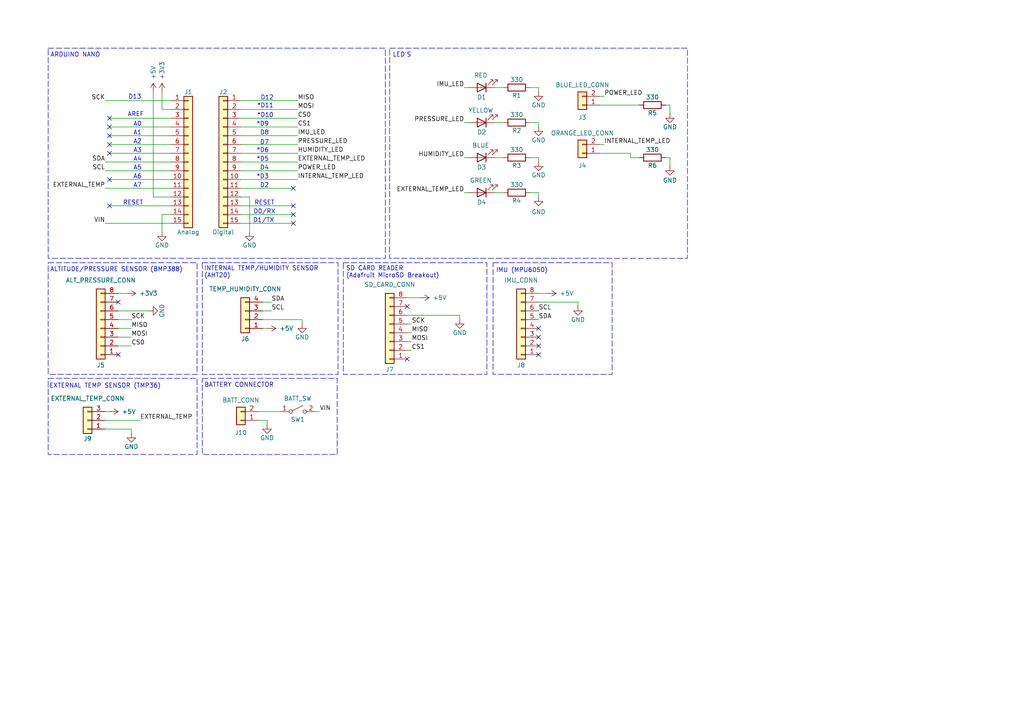
<source format=kicad_sch>
(kicad_sch (version 20231120) (generator "eeschema") (generator_version "8.0")
  (paper "A4")
  (title_block (title "Micro Processor Final Project") (date "2025-03-12") (rev "1.0") (company "Braidyn Sheffield"))
  (lib_symbols
    (symbol "Connector_Generic:Conn_01x02" (pin_names (offset 1.016) hide)
      (property "Reference" "J" (at 0 2.54 0))
      (property "Value" "Conn_01x02" (at 0 -5.08 0))
      (symbol "Conn_01x02_1_1"
        (rectangle (start -1.27 -2.413) (end 0 -2.667) (stroke (width 0.1524)))
        (rectangle (start -1.27 0.127) (end 0 -0.127) (stroke (width 0.1524)))
        (rectangle (start -1.27 1.27) (end 1.27 -3.81) (stroke (width 0.254)) (fill (type background)))
        (pin passive line (at -5.08 0 0) (length 3.81) (name "Pin_1") (number "1"))
        (pin passive line (at -5.08 -2.54 0) (length 3.81) (name "Pin_2") (number "2"))
      )
    )
    (symbol "Connector_Generic:Conn_01x03" (pin_names (offset 1.016) hide)
      (property "Reference" "J" (at 0 5.08 0))
      (property "Value" "Conn_01x03" (at 0 -5.08 0))
      (symbol "Conn_01x03_1_1"
        (rectangle (start -1.27 -2.413) (end 0 -2.667) (stroke (width 0.1524)))
        (rectangle (start -1.27 0.127) (end 0 -0.127) (stroke (width 0.1524)))
        (rectangle (start -1.27 2.667) (end 0 2.413) (stroke (width 0.1524)))
        (rectangle (start -1.27 3.81) (end 1.27 -3.81) (stroke (width 0.254)) (fill (type background)))
        (pin passive line (at -5.08 2.54 0) (length 3.81) (name "Pin_1") (number "1"))
        (pin passive line (at -5.08 0 0) (length 3.81) (name "Pin_2") (number "2"))
        (pin passive line (at -5.08 -2.54 0) (length 3.81) (name "Pin_3") (number "3"))
      )
    )
    (symbol "Connector_Generic:Conn_01x04" (pin_names (offset 1.016) hide)
      (property "Reference" "J" (at 0 5.08 0))
      (property "Value" "Conn_01x04" (at 0 -7.62 0))
      (symbol "Conn_01x04_1_1"
        (rectangle (start -1.27 -4.953) (end 0 -5.207) (stroke (width 0.1524)))
        (rectangle (start -1.27 -2.413) (end 0 -2.667) (stroke (width 0.1524)))
        (rectangle (start -1.27 0.127) (end 0 -0.127) (stroke (width 0.1524)))
        (rectangle (start -1.27 2.667) (end 0 2.413) (stroke (width 0.1524)))
        (rectangle (start -1.27 3.81) (end 1.27 -6.35) (stroke (width 0.254)) (fill (type background)))
        (pin passive line (at -5.08 2.54 0) (length 3.81) (name "Pin_1") (number "1"))
        (pin passive line (at -5.08 0 0) (length 3.81) (name "Pin_2") (number "2"))
        (pin passive line (at -5.08 -2.54 0) (length 3.81) (name "Pin_3") (number "3"))
        (pin passive line (at -5.08 -5.08 0) (length 3.81) (name "Pin_4") (number "4"))
      )
    )
    (symbol "Connector_Generic:Conn_01x08" (pin_names (offset 1.016) hide)
      (property "Reference" "J" (at 0 10.16 0))
      (property "Value" "Conn_01x08" (at 0 -12.7 0))
      (symbol "Conn_01x08_1_1"
        (rectangle (start -1.27 -10.033) (end 0 -10.287) (stroke (width 0.1524)))
        (rectangle (start -1.27 -7.493) (end 0 -7.747) (stroke (width 0.1524)))
        (rectangle (start -1.27 -4.953) (end 0 -5.207) (stroke (width 0.1524)))
        (rectangle (start -1.27 -2.413) (end 0 -2.667) (stroke (width 0.1524)))
        (rectangle (start -1.27 0.127) (end 0 -0.127) (stroke (width 0.1524)))
        (rectangle (start -1.27 2.667) (end 0 2.413) (stroke (width 0.1524)))
        (rectangle (start -1.27 5.207) (end 0 4.953) (stroke (width 0.1524)))
        (rectangle (start -1.27 7.747) (end 0 7.493) (stroke (width 0.1524)))
        (rectangle (start -1.27 8.89) (end 1.27 -11.43) (stroke (width 0.254)) (fill (type background)))
        (pin passive line (at -5.08 7.62 0) (length 3.81) (name "Pin_1") (number "1"))
        (pin passive line (at -5.08 5.08 0) (length 3.81) (name "Pin_2") (number "2"))
        (pin passive line (at -5.08 2.54 0) (length 3.81) (name "Pin_3") (number "3"))
        (pin passive line (at -5.08 0 0) (length 3.81) (name "Pin_4") (number "4"))
        (pin passive line (at -5.08 -2.54 0) (length 3.81) (name "Pin_5") (number "5"))
        (pin passive line (at -5.08 -5.08 0) (length 3.81) (name "Pin_6") (number "6"))
        (pin passive line (at -5.08 -7.62 0) (length 3.81) (name "Pin_7") (number "7"))
        (pin passive line (at -5.08 -10.16 0) (length 3.81) (name "Pin_8") (number "8"))
      )
    )
    (symbol "Connector_Generic:Conn_01x15" (pin_names (offset 1.016) hide)
      (property "Reference" "J" (at 0 20.32 0))
      (property "Value" "Conn_01x15" (at 0 -20.32 0))
      (symbol "Conn_01x15_1_1"
        (rectangle (start -1.27 -17.653) (end 0 -17.907) (stroke (width 0.1524)))
        (rectangle (start -1.27 -15.113) (end 0 -15.367) (stroke (width 0.1524)))
        (rectangle (start -1.27 -12.573) (end 0 -12.827) (stroke (width 0.1524)))
        (rectangle (start -1.27 -10.033) (end 0 -10.287) (stroke (width 0.1524)))
        (rectangle (start -1.27 -7.493) (end 0 -7.747) (stroke (width 0.1524)))
        (rectangle (start -1.27 -4.953) (end 0 -5.207) (stroke (width 0.1524)))
        (rectangle (start -1.27 -2.413) (end 0 -2.667) (stroke (width 0.1524)))
        (rectangle (start -1.27 0.127) (end 0 -0.127) (stroke (width 0.1524)))
        (rectangle (start -1.27 2.667) (end 0 2.413) (stroke (width 0.1524)))
        (rectangle (start -1.27 5.207) (end 0 4.953) (stroke (width 0.1524)))
        (rectangle (start -1.27 7.747) (end 0 7.493) (stroke (width 0.1524)))
        (rectangle (start -1.27 10.287) (end 0 10.033) (stroke (width 0.1524)))
        (rectangle (start -1.27 12.827) (end 0 12.573) (stroke (width 0.1524)))
        (rectangle (start -1.27 15.367) (end 0 15.113) (stroke (width 0.1524)))
        (rectangle (start -1.27 17.907) (end 0 17.653) (stroke (width 0.1524)))
        (rectangle (start -1.27 19.05) (end 1.27 -19.05) (stroke (width 0.254)) (fill (type background)))
        (pin passive line (at -5.08 17.78 0) (length 3.81) (name "Pin_1") (number "1"))
        (pin passive line (at -5.08 -5.08 0) (length 3.81) (name "Pin_10") (number "10"))
        (pin passive line (at -5.08 -7.62 0) (length 3.81) (name "Pin_11") (number "11"))
        (pin passive line (at -5.08 -10.16 0) (length 3.81) (name "Pin_12") (number "12"))
        (pin passive line (at -5.08 -12.7 0) (length 3.81) (name "Pin_13") (number "13"))
        (pin passive line (at -5.08 -15.24 0) (length 3.81) (name "Pin_14") (number "14"))
        (pin passive line (at -5.08 -17.78 0) (length 3.81) (name "Pin_15") (number "15"))
        (pin passive line (at -5.08 15.24 0) (length 3.81) (name "Pin_2") (number "2"))
        (pin passive line (at -5.08 12.7 0) (length 3.81) (name "Pin_3") (number "3"))
        (pin passive line (at -5.08 10.16 0) (length 3.81) (name "Pin_4") (number "4"))
        (pin passive line (at -5.08 7.62 0) (length 3.81) (name "Pin_5") (number "5"))
        (pin passive line (at -5.08 5.08 0) (length 3.81) (name "Pin_6") (number "6"))
        (pin passive line (at -5.08 2.54 0) (length 3.81) (name "Pin_7") (number "7"))
        (pin passive line (at -5.08 0 0) (length 3.81) (name "Pin_8") (number "8"))
        (pin passive line (at -5.08 -2.54 0) (length 3.81) (name "Pin_9") (number "9"))
      )
    )
    (symbol "Device:LED" (pin_numbers hide) (pin_names (offset 1.016) hide)
      (property "Reference" "D" (at 0 2.54 0))
      (property "Value" "LED" (at 0 -2.54 0))
      (symbol "LED_0_1"
        (polyline (pts (xy -1.27 -1.27) (xy -1.27 1.27)) (stroke (width 0.254)))
        (polyline (pts (xy -1.27 0) (xy 1.27 0)))
        (polyline (pts (xy 1.27 -1.27) (xy 1.27 1.27) (xy -1.27 0) (xy 1.27 -1.27)) (stroke (width 0.254)))
        (polyline (pts (xy -3.048 -0.762) (xy -4.572 -2.286) (xy -3.81 -2.286) (xy -4.572 -2.286) (xy -4.572 -1.524)))
        (polyline (pts (xy -1.778 -0.762) (xy -3.302 -2.286) (xy -2.54 -2.286) (xy -3.302 -2.286) (xy -3.302 -1.524)))
      )
      (symbol "LED_1_1"
        (pin passive line (at -3.81 0 0) (length 2.54) (name "K") (number "1"))
        (pin passive line (at 3.81 0 180) (length 2.54) (name "A") (number "2"))
      )
    )
    (symbol "Device:R" (pin_numbers hide) (pin_names (offset 0))
      (property "Reference" "R" (at 2.032 0 90))
      (property "Value" "R" (at 0 0 90))
      (symbol "R_0_1"
        (rectangle (start -1.016 -2.54) (end 1.016 2.54) (stroke (width 0.254)))
      )
      (symbol "R_1_1"
        (pin passive line (at 0 3.81 270) (length 1.27) (name "~") (number "1"))
        (pin passive line (at 0 -3.81 90) (length 1.27) (name "~") (number "2"))
      )
    )
    (symbol "GND_1" (power) (pin_numbers hide) (pin_names (offset 0) hide)
      (property "Value" "GND" (at 0 -3.81 0))
      (symbol "GND_1_0_1"
        (polyline (pts (xy 0 0) (xy 0 -1.27) (xy 1.27 -1.27) (xy 0 -2.54) (xy -1.27 -1.27) (xy 0 -1.27)))
      )
      (symbol "GND_1_1_1"
        (pin power_in line (at 0 0 270) (length 0) (name "~") (number "1"))
      )
    )
    (symbol "Switch:SW_SPST" (pin_names (offset 0) hide)
      (property "Reference" "SW" (at 0 3.175 0))
      (property "Value" "SW_SPST" (at 0 -2.54 0))
      (symbol "SW_SPST_0_0"
        (circle (center -2.032 0) (radius 0.508))
        (polyline (pts (xy -1.524 0.254) (xy 1.524 1.778)))
        (circle (center 2.032 0) (radius 0.508))
      )
      (symbol "SW_SPST_1_1"
        (pin passive line (at -5.08 0 0) (length 2.54) (name "A") (number "1"))
        (pin passive line (at 5.08 0 180) (length 2.54) (name "B") (number "2"))
      )
    )
    (symbol "power:+3.3V" (power) (pin_names (offset 0))
      (property "Value" "+3.3V" (at 0 3.556 0))
      (symbol "+3.3V_0_1"
        (polyline (pts (xy -0.762 1.27) (xy 0 2.54)))
        (polyline (pts (xy 0 0) (xy 0 2.54)))
        (polyline (pts (xy 0 2.54) (xy 0.762 1.27)))
      )
      (symbol "+3.3V_1_1"
        (pin power_in line (at 0 0 90) (length 0) hide (name "+3V3") (number "1"))
      )
    )
    (symbol "power:+5V" (power) (pin_names (offset 0))
      (property "Value" "+5V" (at 0 3.556 0))
      (symbol "+5V_0_1"
        (polyline (pts (xy -0.762 1.27) (xy 0 2.54)))
        (polyline (pts (xy 0 0) (xy 0 2.54)))
        (polyline (pts (xy 0 2.54) (xy 0.762 1.27)))
      )
      (symbol "+5V_1_1"
        (pin power_in line (at 0 0 90) (length 0) hide (name "+5V") (number "1"))
      )
    )
    (symbol "power:GND" (power) (pin_names (offset 0))
      (property "Value" "GND" (at 0 -3.81 0))
      (symbol "GND_0_1"
        (polyline (pts (xy 0 0) (xy 0 -1.27) (xy 1.27 -1.27) (xy 0 -2.54) (xy -1.27 -1.27) (xy 0 -1.27)))
      )
      (symbol "GND_1_1"
        (pin power_in line (at 0 0 270) (length 0) hide (name "GND") (number "1"))
      )
    )
  )
  (no_connect (at 85.09 59.69))
  (no_connect (at 156.21 102.87))
  (no_connect (at 31.75 52.07))
  (no_connect (at 34.29 87.63))
  (no_connect (at 85.09 54.61))
  (no_connect (at 118.11 88.9))
  (no_connect (at 85.09 64.77))
  (no_connect (at 156.21 100.33))
  (no_connect (at 156.21 95.25))
  (no_connect (at 31.75 34.29))
  (no_connect (at 31.75 59.69))
  (no_connect (at 85.09 62.23))
  (no_connect (at 31.75 39.37))
  (no_connect (at 156.21 97.79))
  (no_connect (at 31.75 36.83))
  (no_connect (at 31.75 44.45))
  (no_connect (at 118.11 104.14))
  (no_connect (at 34.29 102.87))
  (no_connect (at 31.75 41.91))
  (wire (pts (xy 69.85 62.23) (xy 85.09 62.23)))
  (wire (pts (xy 118.11 96.52) (xy 119.38 96.52)))
  (wire (pts (xy 34.29 92.71) (xy 38.1 92.71)))
  (wire (pts (xy 74.93 121.92) (xy 77.47 121.92)))
  (wire (pts (xy 49.53 31.75) (xy 46.99 31.75)))
  (wire (pts (xy 167.64 88.9) (xy 167.64 87.63)))
  (wire (pts (xy 134.62 25.4) (xy 135.89 25.4)))
  (wire (pts (xy 31.75 41.91) (xy 49.53 41.91)))
  (wire (pts (xy 182.88 45.72) (xy 185.42 45.72)))
  (wire (pts (xy 44.45 26.67) (xy 44.45 57.15)))
  (wire (pts (xy 49.53 57.15) (xy 44.45 57.15)))
  (wire (pts (xy 193.04 45.72) (xy 194.31 45.72)))
  (wire (pts (xy 30.48 29.21) (xy 49.53 29.21)))
  (wire (pts (xy 143.51 35.56) (xy 146.05 35.56)))
  (wire (pts (xy 118.11 86.36) (xy 121.92 86.36)))
  (wire (pts (xy 167.64 87.63) (xy 156.21 87.63)))
  (wire (pts (xy 193.04 30.48) (xy 194.31 30.48)))
  (wire (pts (xy 156.21 25.4) (xy 156.21 26.67)))
  (wire (pts (xy 74.93 119.38) (xy 81.28 119.38)))
  (wire (pts (xy 31.75 44.45) (xy 49.53 44.45)))
  (wire (pts (xy 69.85 34.29) (xy 86.36 34.29)))
  (wire (pts (xy 31.75 36.83) (xy 49.53 36.83)))
  (wire (pts (xy 30.48 46.99) (xy 49.53 46.99)))
  (wire (pts (xy 133.35 92.71) (xy 133.35 91.44)))
  (wire (pts (xy 134.62 35.56) (xy 135.89 35.56)))
  (wire (pts (xy 69.85 39.37) (xy 86.36 39.37)))
  (wire (pts (xy 69.85 41.91) (xy 86.36 41.91)))
  (wire (pts (xy 34.29 95.25) (xy 38.1 95.25)))
  (wire (pts (xy 143.51 55.88) (xy 146.05 55.88)))
  (wire (pts (xy 77.47 121.92) (xy 77.47 123.19)))
  (wire (pts (xy 76.2 87.63) (xy 78.74 87.63)))
  (wire (pts (xy 156.21 55.88) (xy 156.21 57.15)))
  (wire (pts (xy 153.67 55.88) (xy 156.21 55.88)))
  (wire (pts (xy 118.11 99.06) (xy 119.38 99.06)))
  (wire (pts (xy 69.85 54.61) (xy 85.09 54.61)))
  (wire (pts (xy 173.99 41.91) (xy 175.26 41.91)))
  (wire (pts (xy 91.44 119.38) (xy 92.71 119.38)))
  (wire (pts (xy 173.99 30.48) (xy 185.42 30.48)))
  (wire (pts (xy 34.29 85.09) (xy 36.83 85.09)))
  (wire (pts (xy 143.51 45.72) (xy 146.05 45.72)))
  (wire (pts (xy 31.75 34.29) (xy 49.53 34.29)))
  (wire (pts (xy 69.85 46.99) (xy 86.36 46.99)))
  (wire (pts (xy 46.99 26.67) (xy 46.99 31.75)))
  (wire (pts (xy 69.85 57.15) (xy 72.39 57.15)))
  (wire (pts (xy 30.48 119.38) (xy 31.75 119.38)))
  (wire (pts (xy 69.85 29.21) (xy 86.36 29.21)))
  (wire (pts (xy 31.75 59.69) (xy 49.53 59.69)))
  (wire (pts (xy 69.85 44.45) (xy 86.36 44.45)))
  (wire (pts (xy 87.63 92.71) (xy 87.63 93.98)))
  (wire (pts (xy 69.85 49.53) (xy 86.36 49.53)))
  (wire (pts (xy 173.99 27.94) (xy 175.26 27.94)))
  (wire (pts (xy 76.2 90.17) (xy 78.74 90.17)))
  (wire (pts (xy 194.31 30.48) (xy 194.31 33.02)))
  (wire (pts (xy 182.88 44.45) (xy 182.88 45.72)))
  (wire (pts (xy 76.2 92.71) (xy 87.63 92.71)))
  (wire (pts (xy 34.29 100.33) (xy 38.1 100.33)))
  (wire (pts (xy 153.67 45.72) (xy 156.21 45.72)))
  (wire (pts (xy 34.29 90.17) (xy 43.18 90.17)))
  (wire (pts (xy 30.48 49.53) (xy 49.53 49.53)))
  (wire (pts (xy 69.85 52.07) (xy 86.36 52.07)))
  (wire (pts (xy 38.1 124.46) (xy 38.1 125.73)))
  (wire (pts (xy 156.21 45.72) (xy 156.21 46.99)))
  (wire (pts (xy 156.21 35.56) (xy 156.21 36.83)))
  (wire (pts (xy 173.99 44.45) (xy 182.88 44.45)))
  (wire (pts (xy 118.11 101.6) (xy 119.38 101.6)))
  (wire (pts (xy 69.85 36.83) (xy 86.36 36.83)))
  (wire (pts (xy 69.85 59.69) (xy 85.09 59.69)))
  (wire (pts (xy 72.39 57.15) (xy 72.39 67.31)))
  (wire (pts (xy 194.31 45.72) (xy 194.31 48.26)))
  (wire (pts (xy 156.21 85.09) (xy 158.75 85.09)))
  (wire (pts (xy 153.67 35.56) (xy 156.21 35.56)))
  (wire (pts (xy 30.48 54.61) (xy 49.53 54.61)))
  (wire (pts (xy 133.35 91.44) (xy 118.11 91.44)))
  (wire (pts (xy 30.48 124.46) (xy 38.1 124.46)))
  (wire (pts (xy 69.85 64.77) (xy 85.09 64.77)))
  (wire (pts (xy 30.48 64.77) (xy 49.53 64.77)))
  (wire (pts (xy 134.62 55.88) (xy 135.89 55.88)))
  (wire (pts (xy 30.48 121.92) (xy 40.64 121.92)))
  (wire (pts (xy 31.75 52.07) (xy 49.53 52.07)))
  (wire (pts (xy 153.67 25.4) (xy 156.21 25.4)))
  (wire (pts (xy 134.62 45.72) (xy 135.89 45.72)))
  (wire (pts (xy 34.29 97.79) (xy 38.1 97.79)))
  (wire (pts (xy 46.99 62.23) (xy 46.99 67.31)))
  (wire (pts (xy 49.53 62.23) (xy 46.99 62.23)))
  (wire (pts (xy 76.2 95.25) (xy 77.47 95.25)))
  (wire (pts (xy 143.51 25.4) (xy 146.05 25.4)))
  (wire (pts (xy 31.75 39.37) (xy 49.53 39.37)))
  (wire (pts (xy 69.85 31.75) (xy 86.36 31.75)))
  (wire (pts (xy 118.11 93.98) (xy 119.38 93.98)))
  (rectangle (start 58.674 76.2) (end 98.044 108.585) (stroke (width 0) (type dash)))
  (rectangle (start 58.674 109.728) (end 97.79 131.826) (stroke (width 0) (type dash)))
  (rectangle (start 143.002 76.2) (end 177.546 108.585) (stroke (width 0) (type dash)))
  (rectangle (start 13.97 109.728) (end 57.15 131.826) (stroke (width 0) (type dash)))
  (rectangle (start 99.568 76.2) (end 141.224 108.585) (stroke (width 0) (type dash)))
  (rectangle (start 13.97 13.97) (end 111.76 74.93) (stroke (width 0) (type dash)))
  (rectangle (start 113.03 13.97) (end 199.39 74.93) (stroke (width 0) (type dash)))
  (rectangle (start 13.97 76.2) (end 57.15 108.585) (stroke (width 0) (type dash)))
  (text "D0/RX" (at 76.708 61.468 0) (effects (font (size 1.27 1.27))))
  (text "D2" (at 76.708 53.848 0) (effects (font (size 1.27 1.27))))
  (text "D13" (at 39.116 28.194 0) (effects (font (size 1.27 1.27))))
  (text "ALTITUDE/PRESSURE SENSOR (BMP388)" (at 33.782 78.232 0) (effects (font (size 1.27 1.27))))
  (text "A6" (at 39.878 51.308 0) (effects (font (size 1.27 1.27))))
  (text "D1/TX" (at 76.454 64.008 0) (effects (font (size 1.27 1.27))))
  (text "SD CARD READER\n(Adafruit MicroSD Breakout)" (at 100.33 78.994 0) (effects (font (size 1.27 1.27)) (justify left)))
  (text "INTERNAL TEMP/HUMIDITY SENSOR\n(AHT20)" (at 59.182 78.994 0) (effects (font (size 1.27 1.27)) (justify left)))
  (text "A4" (at 39.878 46.228 0) (effects (font (size 1.27 1.27))))
  (text "EXTERNAL TEMP SENSOR (TMP36)" (at 30.48 112.014 0) (effects (font (size 1.27 1.27))))
  (text "*D9" (at 76.2 36.068 0) (effects (font (size 1.27 1.27))))
  (text "RESET" (at 38.608 58.928 0) (effects (font (size 1.27 1.27))))
  (text "*D10" (at 76.962 33.528 0) (effects (font (size 1.27 1.27))))
  (text "D8" (at 76.708 38.608 0) (effects (font (size 1.27 1.27))))
  (text "IMU (MPU6050)" (at 151.384 78.486 0) (effects (font (size 1.27 1.27))))
  (text "BATTERY CONNECTOR" (at 69.342 111.76 0) (effects (font (size 1.27 1.27))))
  (text "D4" (at 76.708 48.768 0) (effects (font (size 1.27 1.27))))
  (text "D7" (at 76.708 41.402 0) (effects (font (size 1.27 1.27))))
  (text "D12" (at 77.47 28.448 0) (effects (font (size 1.27 1.27))))
  (text "A5" (at 39.878 48.768 0) (effects (font (size 1.27 1.27))))
  (text "*D5" (at 76.2 46.228 0) (effects (font (size 1.27 1.27))))
  (text "ARDUINO NANO" (at 21.844 16.002 0) (effects (font (size 1.27 1.27))))
  (text "A1" (at 39.878 38.608 0) (effects (font (size 1.27 1.27))))
  (text "*D3" (at 76.2 51.308 0) (effects (font (size 1.27 1.27))))
  (text "A3" (at 39.878 43.688 0) (effects (font (size 1.27 1.27))))
  (text "A2" (at 39.878 41.148 0) (effects (font (size 1.27 1.27))))
  (text "RESET" (at 76.708 58.928 0) (effects (font (size 1.27 1.27))))
  (text "*D11" (at 76.962 30.734 0) (effects (font (size 1.27 1.27))))
  (text "AREF\n" (at 39.37 33.274 0) (effects (font (size 1.27 1.27))))
  (text "LED'S" (at 116.586 16.002 0) (effects (font (size 1.27 1.27))))
  (text "A0" (at 39.878 36.068 0) (effects (font (size 1.27 1.27))))
  (text "*D6" (at 76.2 43.688 0) (effects (font (size 1.27 1.27))))
  (text "A7" (at 39.878 53.848 0) (effects (font (size 1.27 1.27))))
  (label "MISO" (at 86.36 29.21 0))
  (label "SCK" (at 30.48 29.21 180))
  (label "POWER_LED" (at 175.26 27.94 0))
  (label "VIN" (at 92.71 119.38 0))
  (label "MOSI" (at 86.36 31.75 0))
  (label "IMU_LED" (at 86.36 39.37 0))
  (label "HUMIDITY_LED" (at 86.36 44.45 0))
  (label "INTERNAL_TEMP_LED" (at 86.36 52.07 0))
  (label "EXTERNAL_TEMP" (at 40.64 121.92 0))
  (label "CS0" (at 86.36 34.29 0))
  (label "SCL" (at 30.48 49.53 180))
  (label "VIN" (at 30.48 64.77 180))
  (label "SCL" (at 78.74 90.17 0))
  (label "MISO" (at 119.38 96.52 0))
  (label "CS1" (at 86.36 36.83 0))
  (label "SDA" (at 156.21 92.71 0))
  (label "SCK" (at 38.1 92.71 0))
  (label "CS0" (at 38.1 100.33 0))
  (label "MISO" (at 38.1 95.25 0))
  (label "CS1" (at 119.38 101.6 0))
  (label "MOSI" (at 38.1 97.79 0))
  (label "SDA" (at 78.74 87.63 0))
  (label "EXTERNAL_TEMP_LED" (at 134.62 55.88 180))
  (label "SCK" (at 119.38 93.98 0))
  (label "PRESSURE_LED" (at 134.62 35.56 180))
  (label "INTERNAL_TEMP_LED" (at 175.26 41.91 0))
  (label "EXTERNAL_TEMP_LED" (at 86.36 46.99 0))
  (label "MOSI" (at 119.38 99.06 0))
  (label "POWER_LED" (at 86.36 49.53 0))
  (label "PRESSURE_LED" (at 86.36 41.91 0))
  (label "HUMIDITY_LED" (at 134.62 45.72 180))
  (label "SCL" (at 156.21 90.17 0))
  (label "IMU_LED" (at 134.62 25.4 180))
  (label "EXTERNAL_TEMP" (at 30.48 54.61 180))
  (label "SDA" (at 30.48 46.99 180))
  (symbol (lib_id "Connector_Generic:Conn_01x15") (at 54.61 46.99 0) (unit 1)
    (property "Reference" "J1" (at 54.61 26.67 0))
    (property "Value" "Analog" (at 54.61 67.31 0))
    (property "Footprint" "Connector_PinHeader_2.54mm:PinHeader_1x15_P2.54mm_Vertical" (effects (hide yes)))
  )
  (symbol (lib_id "Connector_Generic:Conn_01x15") (at 64.77 46.99 0) (mirror y) (unit 1)
    (property "Reference" "J2" (at 64.77 26.67 0))
    (property "Value" "Digital" (at 64.77 67.31 0))
    (property "Footprint" "Connector_PinHeader_2.54mm:PinHeader_1x15_P2.54mm_Vertical" (effects (hide yes)))
  )
  (symbol (lib_id "Connector_Generic:Conn_01x02") (at 69.85 121.92 180) (unit 1)
    (property "Reference" "J10" (at 69.85 125.476 0))
    (property "Value" "BATT_CONN" (at 69.85 116.078 0))
    (property "Footprint" "Connector_Molex:Molex_KK-254_AE-6410-02A_1x02_P2.54mm_Vertical" (effects (hide yes)))
    (property "Description" "Generic connector, single row, 01x02, script generated (kicad-library-utils/schlib/autogen/connector/)" (effects (hide yes)))
  )
  (symbol (lib_id "Device:R") (at 189.23 45.72 90) (unit 1)
    (property "Reference" "R6" (at 189.23 48.006 90))
    (property "Value" "330" (at 189.23 43.434 90))
    (property "Footprint" "Resistor_THT:R_Axial_DIN0207_L6.3mm_D2.5mm_P7.62mm_Horizontal" (effects (hide yes)))
    (property "Description" "Resistor" (effects (hide yes)))
  )
  (symbol (lib_id "Device:R") (at 149.86 35.56 90) (unit 1)
    (property "Reference" "R2" (at 149.86 37.846 90))
    (property "Value" "330" (at 149.86 33.274 90))
    (property "Footprint" "Resistor_THT:R_Axial_DIN0207_L6.3mm_D2.5mm_P7.62mm_Horizontal" (effects (hide yes)))
    (property "Description" "Resistor" (effects (hide yes)))
  )
  (symbol (lib_id "Device:LED") (at 139.7 55.88 180) (unit 1)
    (property "Reference" "D4" (at 139.7 58.674 0))
    (property "Value" "GREEN" (at 139.446 52.324 0))
    (property "Footprint" "LED_THT:LED_D5.0mm" (effects (hide yes)))
    (property "Description" "Light emitting diode" (effects (hide yes)))
  )
  (symbol (lib_id "power:GND") (at 43.18 90.17 90) (unit 1)
    (property "Reference" "#PWR08" (effects (hide yes)))
    (property "Value" "GND" (at 46.99 90.17 0))
  )
  (symbol (lib_id "Device:R") (at 149.86 45.72 90) (unit 1)
    (property "Reference" "R3" (at 149.86 48.006 90))
    (property "Value" "330" (at 149.86 43.434 90))
    (property "Footprint" "Resistor_THT:R_Axial_DIN0207_L6.3mm_D2.5mm_P7.62mm_Horizontal" (effects (hide yes)))
    (property "Description" "Resistor" (effects (hide yes)))
  )
  (symbol (lib_id "Connector_Generic:Conn_01x02") (at 168.91 30.48 180) (unit 1)
    (property "Reference" "J3" (at 168.91 34.036 0))
    (property "Value" "BLUE_LED_CONN" (at 168.91 24.638 0))
    (property "Footprint" "Connector_JST:JST_PH_B2B-PH-K_1x02_P2.00mm_Vertical" (effects (hide yes)))
    (property "Description" "Generic connector, single row, 01x02, script generated (kicad-library-utils/schlib/autogen/connector/)" (effects (hide yes)))
  )
  (symbol (lib_id "Device:R") (at 189.23 30.48 90) (unit 1)
    (property "Reference" "R5" (at 189.23 32.766 90))
    (property "Value" "330" (at 189.23 28.194 90))
    (property "Footprint" "Resistor_THT:R_Axial_DIN0207_L6.3mm_D2.5mm_P7.62mm_Horizontal" (effects (hide yes)))
    (property "Description" "Resistor" (effects (hide yes)))
  )
  (symbol (lib_name "GND_1") (lib_id "power:GND") (at 156.21 36.83 0) (unit 1)
    (property "Reference" "#PWR02" (effects (hide yes)))
    (property "Value" "GND" (at 156.21 40.64 0))
    (property "Description" "Power symbol creates a global label with name \"GND\" , ground" (effects (hide yes)))
  )
  (symbol (lib_id "Connector_Generic:Conn_01x08") (at 151.13 95.25 180) (unit 1)
    (property "Reference" "J8" (at 151.13 105.918 0))
    (property "Value" "IMU_CONN" (at 151.13 81.28 0))
    (property "Footprint" "Connector_PinSocket_2.54mm:PinSocket_1x08_P2.54mm_Vertical" (effects (hide yes)))
    (property "Description" "Generic connector, single row, 01x08, script generated (kicad-library-utils/schlib/autogen/connector/)" (effects (hide yes)))
  )
  (symbol (lib_name "GND_1") (lib_id "power:GND") (at 156.21 57.15 0) (unit 1)
    (property "Reference" "#PWR04" (effects (hide yes)))
    (property "Value" "GND" (at 156.21 61.468 0))
    (property "Description" "Power symbol creates a global label with name \"GND\" , ground" (effects (hide yes)))
  )
  (symbol (lib_id "power:+5V") (at 44.45 26.67 0) (unit 1)
    (property "Reference" "#PWR0103" (effects (hide yes)))
    (property "Value" "+5V" (at 44.45 23.114 90) (effects (justify left)))
  )
  (symbol (lib_id "Connector_Generic:Conn_01x04") (at 71.12 92.71 180) (unit 1)
    (property "Reference" "J6" (at 71.12 98.298 0))
    (property "Value" "TEMP_HUMIDITY_CONN" (at 71.12 83.82 0))
    (property "Footprint" "Connector_PinSocket_2.54mm:PinSocket_1x04_P2.54mm_Vertical" (effects (hide yes)))
    (property "Description" "Generic connector, single row, 01x04, script generated (kicad-library-utils/schlib/autogen/connector/)" (effects (hide yes)))
  )
  (symbol (lib_id "power:+3.3V") (at 46.99 26.67 0) (unit 1)
    (property "Reference" "#PWR0102" (effects (hide yes)))
    (property "Value" "+3V3" (at 46.99 23.114 90) (effects (justify left)))
  )
  (symbol (lib_id "power:+3.3V") (at 36.83 85.09 270) (unit 1)
    (property "Reference" "#PWR07" (effects (hide yes)))
    (property "Value" "+3V3" (at 40.386 85.09 90) (effects (justify left)))
  )
  (symbol (lib_id "Device:LED") (at 139.7 35.56 180) (unit 1)
    (property "Reference" "D2" (at 139.7 38.354 0))
    (property "Value" "YELLOW" (at 139.446 32.004 0))
    (property "Footprint" "LED_THT:LED_D5.0mm" (effects (hide yes)))
    (property "Description" "Light emitting diode" (effects (hide yes)))
  )
  (symbol (lib_id "Connector_Generic:Conn_01x08") (at 113.03 96.52 180) (unit 1)
    (property "Reference" "J7" (at 113.03 107.188 0))
    (property "Value" "SD_CARD_CONN" (at 113.03 82.55 0))
    (property "Footprint" "Connector_PinSocket_2.54mm:PinSocket_1x08_P2.54mm_Vertical" (effects (hide yes)))
    (property "Description" "Generic connector, single row, 01x08, script generated (kicad-library-utils/schlib/autogen/connector/)" (effects (hide yes)))
  )
  (symbol (lib_id "Device:LED") (at 139.7 25.4 180) (unit 1)
    (property "Reference" "D1" (at 139.7 28.194 0))
    (property "Value" "RED" (at 139.446 21.844 0))
    (property "Footprint" "LED_THT:LED_D5.0mm" (effects (hide yes)))
    (property "Description" "Light emitting diode" (effects (hide yes)))
  )
  (symbol (lib_name "GND_1") (lib_id "power:GND") (at 156.21 46.99 0) (unit 1)
    (property "Reference" "#PWR03" (effects (hide yes)))
    (property "Value" "GND" (at 156.21 50.8 0))
    (property "Description" "Power symbol creates a global label with name \"GND\" , ground" (effects (hide yes)))
  )
  (symbol (lib_id "power:GND") (at 133.35 92.71 0) (unit 1)
    (property "Reference" "#PWR012" (effects (hide yes)))
    (property "Value" "GND" (at 133.35 96.52 0))
  )
  (symbol (lib_id "Device:R") (at 149.86 55.88 90) (unit 1)
    (property "Reference" "R4" (at 149.86 58.166 90))
    (property "Value" "330" (at 149.86 53.594 90))
    (property "Footprint" "Resistor_THT:R_Axial_DIN0207_L6.3mm_D2.5mm_P7.62mm_Horizontal" (effects (hide yes)))
    (property "Description" "Resistor" (effects (hide yes)))
  )
  (symbol (lib_id "power:+5V") (at 77.47 95.25 270) (unit 1)
    (property "Reference" "#PWR09" (effects (hide yes)))
    (property "Value" "+5V" (at 81.026 95.25 90) (effects (justify left)))
  )
  (symbol (lib_id "power:GND") (at 72.39 67.31 0) (unit 1)
    (property "Reference" "#PWR0105" (effects (hide yes)))
    (property "Value" "GND" (at 72.39 71.12 0))
  )
  (symbol (lib_id "power:+5V") (at 158.75 85.09 270) (unit 1)
    (property "Reference" "#PWR013" (effects (hide yes)))
    (property "Value" "+5V" (at 162.306 85.09 90) (effects (justify left)))
  )
  (symbol (lib_id "power:GND") (at 87.63 93.98 0) (unit 1)
    (property "Reference" "#PWR010" (effects (hide yes)))
    (property "Value" "GND" (at 87.63 97.79 0))
  )
  (symbol (lib_id "power:GND") (at 167.64 88.9 0) (unit 1)
    (property "Reference" "#PWR014" (effects (hide yes)))
    (property "Value" "GND" (at 167.64 92.71 0))
  )
  (symbol (lib_id "Device:LED") (at 139.7 45.72 180) (unit 1)
    (property "Reference" "D3" (at 139.7 48.514 0))
    (property "Value" "BLUE" (at 139.446 42.164 0))
    (property "Footprint" "LED_THT:LED_D5.0mm" (effects (hide yes)))
    (property "Description" "Light emitting diode" (effects (hide yes)))
  )
  (symbol (lib_name "GND_1") (lib_id "power:GND") (at 194.31 33.02 0) (unit 1)
    (property "Reference" "#PWR05" (effects (hide yes)))
    (property "Value" "GND" (at 194.31 36.83 0))
    (property "Description" "Power symbol creates a global label with name \"GND\" , ground" (effects (hide yes)))
  )
  (symbol (lib_name "GND_1") (lib_id "power:GND") (at 194.31 48.26 0) (unit 1)
    (property "Reference" "#PWR06" (effects (hide yes)))
    (property "Value" "GND" (at 194.31 52.324 0))
    (property "Description" "Power symbol creates a global label with name \"GND\" , ground" (effects (hide yes)))
  )
  (symbol (lib_id "Connector_Generic:Conn_01x02") (at 168.91 44.45 180) (unit 1)
    (property "Reference" "J4" (at 168.91 48.006 0))
    (property "Value" "ORANGE_LED_CONN" (at 168.91 38.608 0))
    (property "Footprint" "Connector_JST:JST_PH_B2B-PH-K_1x02_P2.00mm_Vertical" (effects (hide yes)))
    (property "Description" "Generic connector, single row, 01x02, script generated (kicad-library-utils/schlib/autogen/connector/)" (effects (hide yes)))
  )
  (symbol (lib_id "power:GND") (at 46.99 67.31 0) (unit 1)
    (property "Reference" "#PWR0104" (effects (hide yes)))
    (property "Value" "GND" (at 46.99 71.12 0))
  )
  (symbol (lib_name "GND_1") (lib_id "power:GND") (at 156.21 26.67 0) (unit 1)
    (property "Reference" "#PWR01" (effects (hide yes)))
    (property "Value" "GND" (at 156.21 30.48 0))
    (property "Description" "Power symbol creates a global label with name \"GND\" , ground" (effects (hide yes)))
  )
  (symbol (lib_id "power:GND") (at 77.47 123.19 0) (unit 1)
    (property "Reference" "#PWR017" (effects (hide yes)))
    (property "Value" "GND" (at 77.47 127 0))
  )
  (symbol (lib_id "power:+5V") (at 31.75 119.38 270) (unit 1)
    (property "Reference" "#PWR016" (effects (hide yes)))
    (property "Value" "+5V" (at 35.306 119.38 90) (effects (justify left)))
  )
  (symbol (lib_id "Connector_Generic:Conn_01x03") (at 25.4 121.92 180) (unit 1)
    (property "Reference" "J9" (at 25.4 127.254 0))
    (property "Value" "EXTERNAL_TEMP_CONN" (at 25.4 115.57 0))
    (property "Footprint" "Connector_JST:JST_PH_B3B-PH-K_1x03_P2.00mm_Vertical" (effects (hide yes)))
    (property "Description" "Generic connector, single row, 01x03, script generated (kicad-library-utils/schlib/autogen/connector/)" (effects (hide yes)))
  )
  (symbol (lib_id "Device:R") (at 149.86 25.4 90) (unit 1)
    (property "Reference" "R1" (at 149.86 27.686 90))
    (property "Value" "330" (at 149.86 23.114 90))
    (property "Footprint" "Resistor_THT:R_Axial_DIN0207_L6.3mm_D2.5mm_P7.62mm_Horizontal" (effects (hide yes)))
    (property "Description" "Resistor" (effects (hide yes)))
  )
  (symbol (lib_id "Switch:SW_SPST") (at 86.36 119.38 0) (unit 1)
    (property "Reference" "SW1" (at 86.36 121.666 0))
    (property "Value" "BATT_SW" (at 86.36 115.57 0))
    (property "Footprint" "Custom:Toggle_SW" (effects (hide yes)))
    (property "Description" "Single Pole Single Throw (SPST) switch" (effects (hide yes)))
  )
  (symbol (lib_id "power:GND") (at 38.1 125.73 0) (unit 1)
    (property "Reference" "#PWR015" (effects (hide yes)))
    (property "Value" "GND" (at 38.1 129.54 0))
  )
  (symbol (lib_id "power:+5V") (at 121.92 86.36 270) (unit 1)
    (property "Reference" "#PWR011" (effects (hide yes)))
    (property "Value" "+5V" (at 125.476 86.36 90) (effects (justify left)))
  )
  (symbol (lib_id "Connector_Generic:Conn_01x08") (at 29.21 95.25 180) (unit 1)
    (property "Reference" "J5" (at 29.21 105.918 0))
    (property "Value" "ALT_PRESSURE_CONN" (at 29.21 81.28 0))
    (property "Footprint" "Connector_PinSocket_2.54mm:PinSocket_1x08_P2.54mm_Vertical" (effects (hide yes)))
    (property "Description" "Generic connector, single row, 01x08, script generated (kicad-library-utils/schlib/autogen/connector/)" (effects (hide yes)))
  )
)
</source>
